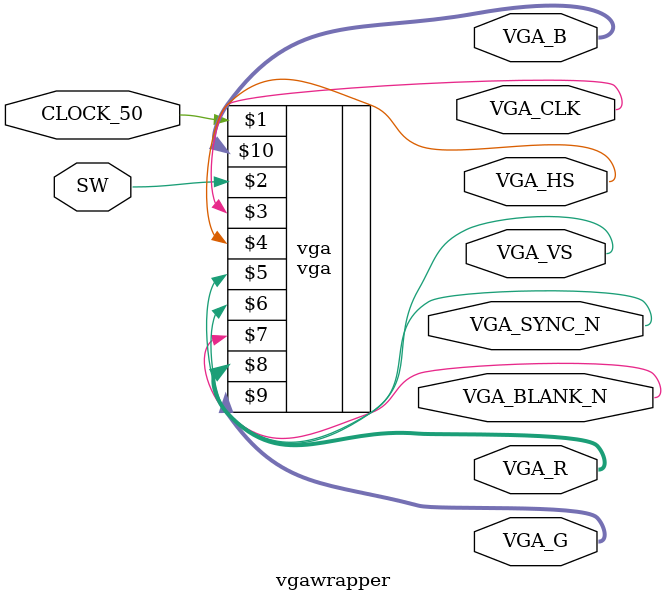
<source format=sv>
/**
 * @ Author: PaysonS
 * @ Github: https://github.com/PaysonS
 * @ Create Time: 2023-12-02 12:59:56
 * @ Modified by: PaysonS
 * @ Modified time: 2024-06-23 18:21:44
 * @ Description: Wrapper for VGA module
 */

module vgawrapper(input  logic       CLOCK_50,
                  input  logic [0:0] SW,
                  output logic       VGA_CLK, 
                  output logic       VGA_HS,
                  output logic       VGA_VS,
                  output logic       VGA_SYNC_N,
                  output logic       VGA_BLANK_N,
                  output logic [7:0] VGA_R,
                  output logic [7:0] VGA_G,
                  output logic [7:0] VGA_B);
						

  vga vga(CLOCK_50, SW[0], VGA_CLK, VGA_HS, VGA_VS, VGA_SYNC_N, VGA_BLANK_N,
			 VGA_R, VGA_G, VGA_B);
			 
endmodule


</source>
